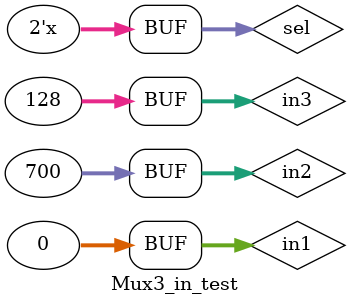
<source format=v>
module Mux3_in_test;

	// Inputs
	reg [31:0] in1;
	reg [31:0] in2;
	reg [31:0] in3;
	reg [1:0] sel;

	// Outputs
	wire [31:0] out;

	// Instantiate the Unit Under Test (UUT)
	mux_3in uut (
		.in1(in1), 
		.in2(in2), 
		.in3(in3), 
		.sel(sel), 
		.out(out)
	);

	initial begin
		// Initialize Inputs
		in1 = 0;
		in2 =700;
		in3 = 128;
		sel = 0;
	

		// Wait 100 ns for global reset to finish
		#100;
        
		// Add stimulus here

	end
	
	always# 5 sel=sel+1;
      
endmodule

</source>
